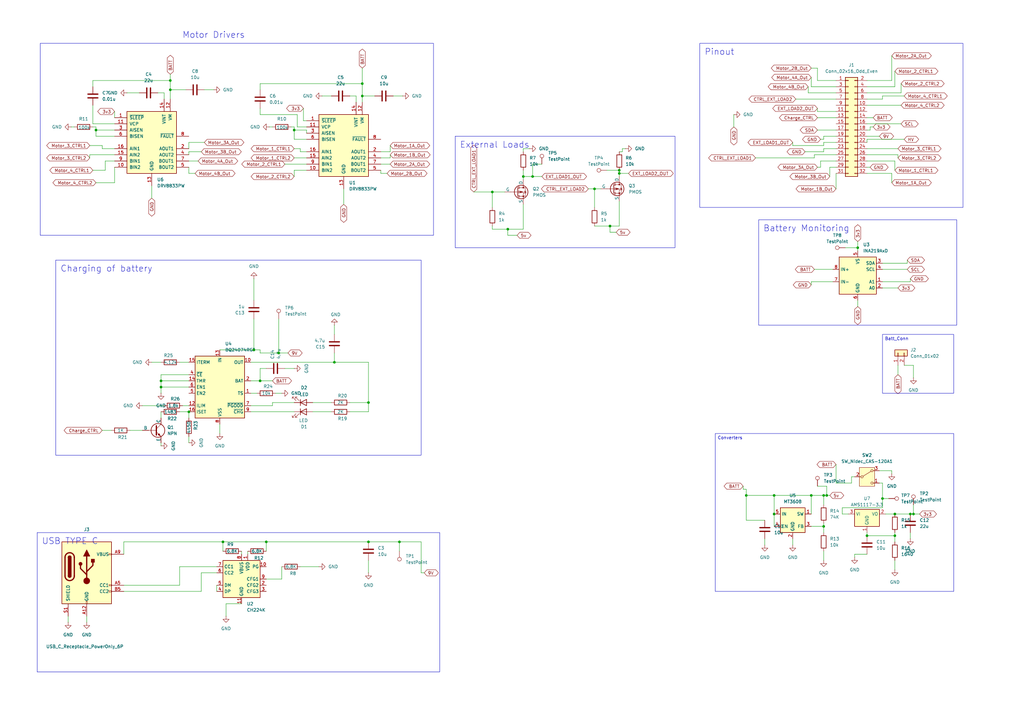
<source format=kicad_sch>
(kicad_sch (version 20250114) (generator "eeschema") (generator_version "9.0")
  (paper "A3")
  (lib_symbols
    (symbol "Battery_Management:BQ24074RGT"
      (property "Reference" "U" (at -8.89 13.97 0))
      (property "Value" "BQ24074RGT" (at 16.51 13.97 0))
      (symbol "BQ24074RGT_1_1"
        (pin input line (at -12.7 10.16 0) (length 2.54) (name "ITERM") (number "15"))
        (pin input line (at -12.7 5.08 0) (length 2.54) (name "~{CE}") (number "4"))
        (pin input line (at -12.7 2.54 0) (length 2.54) (name "TMR") (number "14"))
        (pin input line (at -12.7 0 0) (length 2.54) (name "EN1") (number "6"))
        (pin input line (at -12.7 -2.54 0) (length 2.54) (name "EN2") (number "5"))
        (pin passive line (at -12.7 -7.62 0) (length 2.54) (name "ILIM") (number "12"))
        (pin passive line (at -12.7 -10.16 0) (length 2.54) (name "ISET") (number "16"))
        (pin power_in line (at 0 15.24 270) (length 2.54) (name "IN") (number "13"))
        (pin passive line (at 0 -15.24 90) (length 2.54) (hide yes) (name "VSS") (number "17"))
        (pin power_in line (at 0 -15.24 90) (length 2.54) (name "VSS") (number "8"))
        (pin power_out line (at 12.7 10.16 180) (length 2.54) (name "OUT") (number "10"))
        (pin passive line (at 12.7 10.16 180) (length 2.54) (hide yes) (name "OUT") (number "11"))
        (pin power_out line (at 12.7 2.54 180) (length 2.54) (name "BAT") (number "2"))
        (pin passive line (at 12.7 2.54 180) (length 2.54) (hide yes) (name "BAT") (number "3"))
        (pin passive line (at 12.7 -2.54 180) (length 2.54) (name "TS") (number "1"))
        (pin open_collector line (at 12.7 -7.62 180) (length 2.54) (name "~{PGOOD}") (number "7"))
        (pin open_collector line (at 12.7 -10.16 180) (length 2.54) (name "~{CHG}") (number "9"))
      )
    )
    (symbol "Connector:TestPoint" (pin_numbers (hide yes)) (pin_names (offset 0.762) (hide yes))
      (property "Reference" "TP" (at 0 6.858 0))
      (property "Value" "TestPoint" (at 0 5.08 0))
      (symbol "TestPoint_1_1"
        (pin passive line (at 0 0 90) (length 2.54) (name "1") (number "1"))
      )
    )
    (symbol "Connector:USB_C_Receptacle_PowerOnly_6P" (pin_names (offset 1.016))
      (property "Reference" "J" (at 0 16.51 0))
      (property "Value" "USB_C_Receptacle_PowerOnly_6P" (at 0 13.97 0))
      (symbol "USB_C_Receptacle_PowerOnly_6P_1_1"
        (pin passive line (at -7.62 -17.78 90) (length 5.08) (name "SHIELD") (number "S1"))
        (pin passive line (at 0 -17.78 90) (length 5.08) (name "GND") (number "A12"))
        (pin passive line (at 0 -17.78 90) (length 5.08) (hide yes) (name "GND") (number "B12"))
        (pin passive line (at 15.24 7.62 180) (length 5.08) (name "VBUS") (number "A9"))
        (pin passive line (at 15.24 7.62 180) (length 5.08) (hide yes) (name "VBUS") (number "B9"))
        (pin bidirectional line (at 15.24 -5.08 180) (length 5.08) (name "CC1") (number "A5"))
        (pin bidirectional line (at 15.24 -7.62 180) (length 5.08) (name "CC2") (number "B5"))
      )
    )
    (symbol "Connector_Generic:Conn_01x02" (pin_names (offset 1.016) (hide yes))
      (property "Reference" "J" (at 0 2.54 0))
      (property "Value" "Conn_01x02" (at 0 -5.08 0))
      (symbol "Conn_01x02_1_1"
        (pin passive line (at -5.08 0 0) (length 3.81) (name "Pin_1") (number "1"))
        (pin passive line (at -5.08 -2.54 0) (length 3.81) (name "Pin_2") (number "2"))
      )
    )
    (symbol "Connector_Generic:Conn_02x16_Odd_Even" (pin_names (offset 1.016) (hide yes))
      (property "Reference" "J" (at 1.27 20.32 0))
      (property "Value" "Conn_02x16_Odd_Even" (at 1.27 -22.86 0))
      (symbol "Conn_02x16_Odd_Even_1_1"
        (pin passive line (at -5.08 17.78 0) (length 3.81) (name "Pin_1") (number "1"))
        (pin passive line (at -5.08 15.24 0) (length 3.81) (name "Pin_3") (number "3"))
        (pin passive line (at -5.08 12.7 0) (length 3.81) (name "Pin_5") (number "5"))
        (pin passive line (at -5.08 10.16 0) (length 3.81) (name "Pin_7") (number "7"))
        (pin passive line (at -5.08 7.62 0) (length 3.81) (name "Pin_9") (number "9"))
        (pin passive line (at -5.08 5.08 0) (length 3.81) (name "Pin_11") (number "11"))
        (pin passive line (at -5.08 2.54 0) (length 3.81) (name "Pin_13") (number "13"))
        (pin passive line (at -5.08 0 0) (length 3.81) (name "Pin_15") (number "15"))
        (pin passive line (at -5.08 -2.54 0) (length 3.81) (name "Pin_17") (number "17"))
        (pin passive line (at -5.08 -5.08 0) (length 3.81) (name "Pin_19") (number "19"))
        (pin passive line (at -5.08 -7.62 0) (length 3.81) (name "Pin_21") (number "21"))
        (pin passive line (at -5.08 -10.16 0) (length 3.81) (name "Pin_23") (number "23"))
        (pin passive line (at -5.08 -12.7 0) (length 3.81) (name "Pin_25") (number "25"))
        (pin passive line (at -5.08 -15.24 0) (length 3.81) (name "Pin_27") (number "27"))
        (pin passive line (at -5.08 -17.78 0) (length 3.81) (name "Pin_29") (number "29"))
        (pin passive line (at -5.08 -20.32 0) (length 3.81) (name "Pin_31") (number "31"))
        (pin passive line (at 7.62 17.78 180) (length 3.81) (name "Pin_2") (number "2"))
        (pin passive line (at 7.62 15.24 180) (length 3.81) (name "Pin_4") (number "4"))
        (pin passive line (at 7.62 12.7 180) (length 3.81) (name "Pin_6") (number "6"))
        (pin passive line (at 7.62 10.16 180) (length 3.81) (name "Pin_8") (number "8"))
        (pin passive line (at 7.62 7.62 180) (length 3.81) (name "Pin_10") (number "10"))
        (pin passive line (at 7.62 5.08 180) (length 3.81) (name "Pin_12") (number "12"))
        (pin passive line (at 7.62 2.54 180) (length 3.81) (name "Pin_14") (number "14"))
        (pin passive line (at 7.62 0 180) (length 3.81) (name "Pin_16") (number "16"))
        (pin passive line (at 7.62 -2.54 180) (length 3.81) (name "Pin_18") (number "18"))
        (pin passive line (at 7.62 -5.08 180) (length 3.81) (name "Pin_20") (number "20"))
        (pin passive line (at 7.62 -7.62 180) (length 3.81) (name "Pin_22") (number "22"))
        (pin passive line (at 7.62 -10.16 180) (length 3.81) (name "Pin_24") (number "24"))
        (pin passive line (at 7.62 -12.7 180) (length 3.81) (name "Pin_26") (number "26"))
        (pin passive line (at 7.62 -15.24 180) (length 3.81) (name "Pin_28") (number "28"))
        (pin passive line (at 7.62 -17.78 180) (length 3.81) (name "Pin_30") (number "30"))
        (pin passive line (at 7.62 -20.32 180) (length 3.81) (name "Pin_32") (number "32"))
      )
    )
    (symbol "Device:C" (pin_numbers (hide yes)) (pin_names (offset 0.254))
      (property "Reference" "C" (at 0.635 2.54 0))
      (property "Value" "C" (at 0.635 -2.54 0))
      (symbol "C_1_1"
        (pin passive line (at 0 3.81 270) (length 2.794) (name "~") (number "1"))
        (pin passive line (at 0 -3.81 90) (length 2.794) (name "~") (number "2"))
      )
    )
    (symbol "Device:LED" (pin_numbers (hide yes)) (pin_names (offset 1.016) (hide yes))
      (property "Reference" "D" (at 0 2.54 0))
      (property "Value" "LED" (at 0 -2.54 0))
      (symbol "LED_1_1"
        (pin passive line (at -3.81 0 0) (length 2.54) (name "K") (number "1"))
        (pin passive line (at 3.81 0 180) (length 2.54) (name "A") (number "2"))
      )
    )
    (symbol "Device:R" (pin_numbers (hide yes)) (pin_names (offset 0))
      (property "Reference" "R" (at 2.032 0 90))
      (property "Value" "R" (at 0 0 90))
      (symbol "R_1_1"
        (pin passive line (at 0 3.81 270) (length 1.27) (name "~") (number "1"))
        (pin passive line (at 0 -3.81 90) (length 1.27) (name "~") (number "2"))
      )
    )
    (symbol "Driver_Motor:DRV8833PW" (pin_names (offset 1.016))
      (property "Reference" "U" (at -3.81 16.51 0))
      (property "Value" "DRV8833PW" (at -3.81 13.97 0))
      (symbol "DRV8833PW_1_1"
        (pin input line (at -15.24 10.16 0) (length 5.08) (name "~{SLEEP}") (number "1"))
        (pin bidirectional line (at -15.24 7.62 0) (length 5.08) (name "VCP") (number "11"))
        (pin bidirectional line (at -15.24 5.08 0) (length 5.08) (name "AISEN") (number "3"))
        (pin bidirectional line (at -15.24 2.54 0) (length 5.08) (name "BISEN") (number "6"))
        (pin input line (at -15.24 -2.54 0) (length 5.08) (name "AIN1") (number "16"))
        (pin input line (at -15.24 -5.08 0) (length 5.08) (name "AIN2") (number "15"))
        (pin input line (at -15.24 -7.62 0) (length 5.08) (name "BIN1") (number "9"))
        (pin input line (at -15.24 -10.16 0) (length 5.08) (name "BIN2") (number "10"))
        (pin power_in line (at 0 -17.78 90) (length 5.08) (name "GND") (number "13"))
        (pin power_in line (at 5.08 17.78 270) (length 5.08) (name "VINT") (number "14"))
        (pin power_in line (at 7.62 17.78 270) (length 5.08) (name "VM") (number "12"))
        (pin open_collector line (at 15.24 2.54 180) (length 5.08) (name "~{FAULT}") (number "8"))
        (pin power_out line (at 15.24 -2.54 180) (length 5.08) (name "AOUT1") (number "2"))
        (pin power_out line (at 15.24 -5.08 180) (length 5.08) (name "AOUT2") (number "4"))
        (pin power_out line (at 15.24 -7.62 180) (length 5.08) (name "BOUT1") (number "7"))
        (pin power_out line (at 15.24 -10.16 180) (length 5.08) (name "BOUT2") (number "5"))
      )
    )
    (symbol "Interface_USB:CH224K"
      (property "Reference" "U" (at -7.874 -8.89 0))
      (property "Value" "CH224K" (at 3.048 -8.89 0))
      (symbol "CH224K_1_1"
        (pin bidirectional line (at -10.16 5.08 0) (length 2.54) (name "CC1") (number "7"))
        (pin bidirectional line (at -10.16 2.54 0) (length 2.54) (name "CC2") (number "6"))
        (pin bidirectional line (at -10.16 -2.54 0) (length 2.54) (name "DM") (number "5"))
        (pin bidirectional line (at -10.16 -5.08 0) (length 2.54) (name "DP") (number "4"))
        (pin passive line (at 0 10.16 270) (length 2.54) (name "VBUS") (number "8"))
        (pin power_in line (at 0 -10.16 90) (length 2.54) (name "GND") (number "11"))
        (pin power_in line (at 2.54 10.16 270) (length 2.54) (name "VDD") (number "1"))
        (pin open_collector line (at 10.16 5.08 180) (length 2.54) (name "PG") (number "10"))
        (pin passive line (at 10.16 0 180) (length 2.54) (name "CFG1") (number "9"))
        (pin passive line (at 10.16 -2.54 180) (length 2.54) (name "CFG2") (number "2"))
        (pin passive line (at 10.16 -5.08 180) (length 2.54) (name "CFG3") (number "3"))
      )
    )
    (symbol "Regulator_Linear:AMS1117-3.3"
      (property "Reference" "U" (at -3.81 3.175 0))
      (property "Value" "AMS1117-3.3" (at 0 3.175 0))
      (symbol "AMS1117-3.3_1_1"
        (pin power_in line (at -7.62 0 0) (length 2.54) (name "VI") (number "3"))
        (pin power_in line (at 0 -7.62 90) (length 2.54) (name "GND") (number "1"))
        (pin power_out line (at 7.62 0 180) (length 2.54) (name "VO") (number "2"))
      )
    )
    (symbol "Regulator_Switching:MT3608"
      (property "Reference" "U" (at -2.54 8.89 0))
      (property "Value" "MT3608" (at -3.81 6.35 0))
      (symbol "MT3608_1_1"
        (pin power_in line (at -7.62 2.54 0) (length 2.54) (name "IN") (number "5"))
        (pin input line (at -7.62 -2.54 0) (length 2.54) (name "EN") (number "4"))
        (pin power_in line (at 0 -7.62 90) (length 2.54) (name "GND") (number "2"))
        (pin no_connect line (at 5.08 0 180) (length 2.54) (hide yes) (name "NC") (number "6"))
        (pin passive line (at 7.62 2.54 180) (length 2.54) (name "SW") (number "1"))
        (pin input line (at 7.62 -2.54 180) (length 2.54) (name "FB") (number "3"))
      )
    )
    (symbol "Sensor_Energy:INA219AxD"
      (property "Reference" "U" (at -6.35 8.89 0))
      (property "Value" "INA219AxD" (at 5.08 8.89 0))
      (symbol "INA219AxD_1_1"
        (pin input line (at -10.16 2.54 0) (length 2.54) (name "IN+") (number "8"))
        (pin input line (at -10.16 -2.54 0) (length 2.54) (name "IN-") (number "7"))
        (pin power_in line (at 0 10.16 270) (length 2.54) (name "VS") (number "5"))
        (pin power_in line (at 0 -10.16 90) (length 2.54) (name "GND") (number "6"))
        (pin bidirectional line (at 10.16 5.08 180) (length 2.54) (name "SDA") (number "3"))
        (pin input line (at 10.16 2.54 180) (length 2.54) (name "SCL") (number "4"))
        (pin input line (at 10.16 -2.54 180) (length 2.54) (name "A1") (number "1"))
        (pin input line (at 10.16 -5.08 180) (length 2.54) (name "A0") (number "2"))
      )
    )
    (symbol "Simulation_SPICE:NPN" (pin_numbers (hide yes)) (pin_names (offset 0))
      (property "Reference" "Q" (at -2.54 7.62 0))
      (property "Value" "NPN" (at -2.54 5.08 0))
      (symbol "NPN_1_1"
        (pin input line (at -5.08 0 0) (length 2.54) (name "B") (number "2"))
        (pin open_collector line (at 2.54 5.08 270) (length 2.54) (name "C") (number "1"))
        (pin open_emitter line (at 2.54 -5.08 90) (length 2.54) (name "E") (number "3"))
      )
    )
    (symbol "Simulation_SPICE:PMOS" (pin_numbers (hide yes)) (pin_names (offset 0))
      (property "Reference" "Q" (at 5.08 1.27 0))
      (property "Value" "PMOS" (at 5.08 -1.27 0))
      (symbol "PMOS_1_1"
        (pin input line (at -5.08 0 0) (length 2.54) (name "G") (number "2"))
        (pin passive line (at 2.54 5.08 270) (length 2.54) (name "D") (number "1"))
        (pin passive line (at 2.54 -5.08 90) (length 2.54) (name "S") (number "3"))
      )
    )
    (symbol "Switch:SW_Nidec_CAS-120A1" (pin_names (offset 1) (hide yes))
      (property "Reference" "SW" (at 0 4.318 0))
      (property "Value" "SW_Nidec_CAS-120A1" (at 0 -5.08 0))
      (symbol "SW_Nidec_CAS-120A1_1_1"
        (pin passive line (at -5.08 0 0) (length 2.54) (name "B") (number "2"))
        (pin passive line (at 5.08 2.54 180) (length 2.54) (name "A") (number "3"))
        (pin passive line (at 5.08 -2.54 180) (length 2.54) (name "C") (number "1"))
      )
    )
    (symbol "power:GND" (power) (pin_numbers (hide yes)) (pin_names (offset 0) (hide yes))
      (property "Value" "GND" (at 0 -3.81 0))
      (symbol "GND_1_1"
        (pin power_in line (at 0 0 270) (length 0) (name "~") (number "1"))
      )
    )
  )
  (rectangle (start 16.51 17.78) (end 177.8 96.52))
  (text "Motor Drivers" (at 87.63 14.478 0) (effects (font (size 2.54 2.54))))
  (text_box "Converters" (at 293.37 177.8 0) (size 97.79 64.77) (margins 0.9525 0.9525 0.9525 0.9525) (effects (font (size 1.27 1.27)) (justify left top)))
  (text_box "USB TYPE C\n" (at 15.24 218.44 0) (size 165.1 57.15) (margins 1.905 1.905 1.905 1.905) (effects (font (size 2.54 2.54)) (justify left top)))
  (text_box "Charging of battery" (at 22.86 106.68 0) (size 149.86 80.01) (margins 1.905 1.905 1.905 1.905) (effects (font (size 2.54 2.54)) (justify left top)))
  (text_box "Pinout" (at 287.02 17.78 0) (size 107.95 67.31) (margins 1.905 1.905 1.905 1.905) (effects (font (size 2.54 2.54)) (justify left top)))
  (text_box "External Loads" (at 186.69 55.88 0) (size 90.17 45.72) (margins 1.905 1.905 1.905 1.905) (effects (font (size 2.54 2.54)) (justify left top)))
  (text_box "Battery Monitoring" (at 311.15 90.17 0) (size 81.28 43.18) (margins 1.905 1.905 1.905 1.905) (effects (font (size 2.54 2.54)) (justify left top)))
  (text_box "Batt_Conn" (at 361.95 137.16 0) (size 29.21 24.13) (margins 0.9525 0.9525 0.9525 0.9525) (effects (font (size 1.27 1.27)) (justify left top)))
  (junction (at 374.65 210.82))
  (junction (at 317.5 203.2))
  (junction (at 66.04 158.75))
  (junction (at 39.37 53.34))
  (junction (at 351.79 101.6))
  (junction (at 148.59 39.37))
  (junction (at 361.95 204.47))
  (junction (at 367.03 219.71))
  (junction (at 109.22 222.25))
  (junction (at 69.85 33.02))
  (junction (at 373.38 210.82))
  (junction (at 151.13 165.1))
  (junction (at 337.82 215.9))
  (junction (at 250.19 92.71))
  (junction (at 106.68 156.21))
  (junction (at 91.44 222.25))
  (junction (at 148.59 34.29))
  (junction (at 137.16 148.59))
  (junction (at 337.82 203.2))
  (junction (at 69.85 36.83))
  (junction (at 77.47 168.91))
  (junction (at 306.07 203.2))
  (junction (at 317.5 210.82))
  (junction (at 243.84 77.47))
  (junction (at 120.65 53.34))
  (junction (at 332.74 203.2))
  (junction (at 254 69.85))
  (junction (at 66.04 156.21))
  (junction (at 214.63 72.39))
  (junction (at 201.93 78.74))
  (junction (at 254 71.12))
  (junction (at 355.6 219.71))
  (junction (at 163.83 222.25))
  (junction (at 367.03 210.82))
  (junction (at 218.44 72.39))
  (junction (at 339.09 203.2))
  (junction (at 151.13 222.25))
  (junction (at 114.3 144.78))
  (junction (at 208.28 93.98))
  (junction (at 104.14 143.51))
  (wire (pts (xy 111.76 165.1) (xy 111.76 166.37)))
  (wire (pts (xy 46.99 74.93) (xy 46.99 68.58)))
  (wire (pts (xy 77.47 168.91) (xy 77.47 171.45)))
  (wire (pts (xy 374.65 210.82) (xy 377.19 210.82)))
  (wire (pts (xy 161.29 39.37) (xy 165.1 39.37)))
  (wire (pts (xy 120.65 53.34) (xy 120.65 57.15)))
  (wire (pts (xy 243.84 77.47) (xy 246.38 77.47)))
  (wire (pts (xy 361.95 204.47) (xy 361.95 198.12)))
  (wire (pts (xy 82.55 62.23) (xy 77.47 62.23)))
  (wire (pts (xy 341.63 115.57) (xy 332.74 115.57)))
  (wire (pts (xy 29.21 52.07) (xy 30.48 52.07)))
  (wire (pts (xy 43.18 66.04) (xy 46.99 66.04)))
  (wire (pts (xy 73.66 168.91) (xy 77.47 168.91)))
  (wire (pts (xy 345.44 210.82) (xy 347.98 210.82)))
  (wire (pts (xy 160.02 62.23) (xy 160.02 59.69)))
  (wire (pts (xy 109.22 237.49) (xy 115.57 237.49)))
  (wire (pts (xy 300.99 46.99) (xy 300.99 52.07)))
  (wire (pts (xy 355.6 227.33) (xy 350.52 227.33)))
  (wire (pts (xy 306.07 203.2) (xy 317.5 203.2)))
  (wire (pts (xy 66.04 158.75) (xy 66.04 161.29)))
  (wire (pts (xy 64.77 38.1) (xy 67.31 38.1)))
  (wire (pts (xy 355.6 35.56) (xy 367.03 35.56)))
  (wire (pts (xy 36.83 59.69) (xy 41.91 59.69)))
  (wire (pts (xy 345.44 208.28) (xy 361.95 208.28)))
  (wire (pts (xy 132.08 39.37) (xy 135.89 39.37)))
  (wire (pts (xy 255.27 62.23) (xy 254 62.23)))
  (wire (pts (xy 128.27 168.91) (xy 135.89 168.91)))
  (wire (pts (xy 334.01 110.49) (xy 341.63 110.49)))
  (wire (pts (xy 53.34 176.53) (xy 58.42 176.53)))
  (wire (pts (xy 83.82 58.42) (xy 77.47 58.42)))
  (wire (pts (xy 46.99 45.72) (xy 46.99 48.26)))
  (wire (pts (xy 73.66 232.41) (xy 88.9 232.41)))
  (wire (pts (xy 91.44 222.25) (xy 91.44 226.06)))
  (wire (pts (xy 332.74 203.2) (xy 332.74 210.82)))
  (wire (pts (xy 43.18 69.85) (xy 43.18 66.04)))
  (wire (pts (xy 99.06 226.06) (xy 99.06 227.33)))
  (wire (pts (xy 137.16 137.16) (xy 137.16 133.35)))
  (wire (pts (xy 355.6 60.96) (xy 368.3 60.96)))
  (wire (pts (xy 356.87 52.07) (xy 358.14 52.07)))
  (wire (pts (xy 148.59 39.37) (xy 153.67 39.37)))
  (wire (pts (xy 58.42 166.37) (xy 67.31 166.37)))
  (wire (pts (xy 254 69.85) (xy 254 71.12)))
  (wire (pts (xy 355.6 68.58) (xy 356.87 68.58)))
  (wire (pts (xy 355.6 66.04) (xy 367.03 66.04)))
  (wire (pts (xy 342.9 58.42) (xy 337.82 58.42)))
  (wire (pts (xy 194.31 78.74) (xy 201.93 78.74)))
  (wire (pts (xy 90.17 173.99) (xy 90.17 177.8)))
  (wire (pts (xy 355.6 40.64) (xy 361.95 40.64)))
  (wire (pts (xy 156.21 71.12) (xy 156.21 69.85)))
  (wire (pts (xy 77.47 158.75) (xy 66.04 158.75)))
  (wire (pts (xy 342.9 71.12) (xy 342.9 77.47)))
  (wire (pts (xy 372.11 107.95) (xy 372.11 106.68)))
  (wire (pts (xy 172.72 222.25) (xy 172.72 234.95)))
  (wire (pts (xy 163.83 222.25) (xy 163.83 226.06)))
  (wire (pts (xy 254 71.12) (xy 254 72.39)))
  (wire (pts (xy 367.03 210.82) (xy 373.38 210.82)))
  (wire (pts (xy 337.82 59.69) (xy 325.12 59.69)))
  (wire (pts (xy 106.68 34.29) (xy 148.59 34.29)))
  (wire (pts (xy 46.99 55.88) (xy 39.37 55.88)))
  (wire (pts (xy 342.9 63.5) (xy 334.01 63.5)))
  (wire (pts (xy 172.72 234.95) (xy 173.99 234.95)))
  (wire (pts (xy 73.66 148.59) (xy 77.47 148.59)))
  (wire (pts (xy 143.51 39.37) (xy 146.05 39.37)))
  (wire (pts (xy 106.68 156.21) (xy 111.76 156.21)))
  (wire (pts (xy 39.37 52.07) (xy 38.1 52.07)))
  (wire (pts (xy 337.82 57.15) (xy 337.82 55.88)))
  (wire (pts (xy 306.07 200.66) (xy 306.07 203.2)))
  (wire (pts (xy 69.85 30.48) (xy 69.85 33.02)))
  (wire (pts (xy 46.99 50.8) (xy 38.1 50.8)))
  (wire (pts (xy 120.65 52.07) (xy 119.38 52.07)))
  (wire (pts (xy 77.47 66.04) (xy 81.28 66.04)))
  (wire (pts (xy 39.37 55.88) (xy 39.37 53.34)))
  (wire (pts (xy 148.59 39.37) (xy 148.59 41.91)))
  (wire (pts (xy 156.21 67.31) (xy 160.02 67.31)))
  (wire (pts (xy 77.47 58.42) (xy 77.47 60.96)))
  (wire (pts (xy 39.37 52.07) (xy 39.37 53.34)))
  (wire (pts (xy 137.16 148.59) (xy 151.13 148.59)))
  (wire (pts (xy 342.9 35.56) (xy 332.74 35.56)))
  (wire (pts (xy 91.44 222.25) (xy 109.22 222.25)))
  (wire (pts (xy 151.13 222.25) (xy 163.83 222.25)))
  (wire (pts (xy 101.6 226.06) (xy 101.6 227.33)))
  (wire (pts (xy 41.91 59.69) (xy 41.91 60.96)))
  (wire (pts (xy 336.55 68.58) (xy 336.55 66.04)))
  (wire (pts (xy 73.66 240.03) (xy 73.66 232.41)))
  (wire (pts (xy 38.1 35.56) (xy 38.1 33.02)))
  (wire (pts (xy 120.65 60.96) (xy 123.19 60.96)))
  (wire (pts (xy 88.9 234.95) (xy 82.55 234.95)))
  (wire (pts (xy 335.28 68.58) (xy 336.55 68.58)))
  (wire (pts (xy 77.47 71.12) (xy 77.47 68.58)))
  (wire (pts (xy 218.44 72.39) (xy 222.25 72.39)))
  (wire (pts (xy 143.51 165.1) (xy 151.13 165.1)))
  (wire (pts (xy 148.59 27.94) (xy 148.59 34.29)))
  (wire (pts (xy 50.8 240.03) (xy 73.66 240.03)))
  (wire (pts (xy 121.92 52.07) (xy 121.92 46.99)))
  (wire (pts (xy 365.76 22.86) (xy 365.76 33.02)))
  (wire (pts (xy 337.82 60.96) (xy 337.82 62.23)))
  (wire (pts (xy 345.44 208.28) (xy 345.44 210.82)))
  (wire (pts (xy 66.04 156.21) (xy 66.04 158.75)))
  (wire (pts (xy 52.07 38.1) (xy 57.15 38.1)))
  (wire (pts (xy 222.25 67.31) (xy 218.44 67.31)))
  (wire (pts (xy 355.6 48.26) (xy 358.14 48.26)))
  (wire (pts (xy 218.44 67.31) (xy 218.44 72.39)))
  (wire (pts (xy 332.74 115.57) (xy 332.74 116.84)))
  (wire (pts (xy 250.19 92.71) (xy 254 92.71)))
  (wire (pts (xy 334.01 63.5) (xy 334.01 64.77)))
  (wire (pts (xy 50.8 242.57) (xy 82.55 242.57)))
  (wire (pts (xy 351.79 123.19) (xy 351.79 125.73)))
  (wire (pts (xy 214.63 72.39) (xy 214.63 73.66)))
  (wire (pts (xy 342.9 190.5) (xy 342.9 198.12)))
  (wire (pts (xy 156.21 62.23) (xy 160.02 62.23)))
  (wire (pts (xy 123.19 232.41) (xy 130.81 232.41)))
  (wire (pts (xy 50.8 222.25) (xy 91.44 222.25)))
  (wire (pts (xy 373.38 115.57) (xy 373.38 114.3)))
  (wire (pts (xy 367.03 35.56) (xy 367.03 29.21)))
  (wire (pts (xy 361.95 107.95) (xy 372.11 107.95)))
  (wire (pts (xy 77.47 156.21) (xy 66.04 156.21)))
  (wire (pts (xy 325.12 220.98) (xy 325.12 223.52)))
  (wire (pts (xy 125.73 52.07) (xy 121.92 52.07)))
  (wire (pts (xy 74.93 166.37) (xy 77.47 166.37)))
  (wire (pts (xy 337.82 62.23) (xy 330.2 62.23)))
  (wire (pts (xy 104.14 114.3) (xy 104.14 123.19)))
  (wire (pts (xy 102.87 166.37) (xy 111.76 166.37)))
  (wire (pts (xy 248.92 69.85) (xy 254 69.85)))
  (wire (pts (xy 214.63 72.39) (xy 218.44 72.39)))
  (wire (pts (xy 62.23 76.2) (xy 62.23 81.28)))
  (wire (pts (xy 355.6 57.15) (xy 355.6 58.42)))
  (wire (pts (xy 36.83 63.5) (xy 46.99 63.5)))
  (wire (pts (xy 325.12 59.69) (xy 325.12 58.42)))
  (wire (pts (xy 106.68 143.51) (xy 106.68 144.78)))
  (wire (pts (xy 349.25 195.58) (xy 350.52 195.58)))
  (wire (pts (xy 114.3 144.78) (xy 118.11 144.78)))
  (wire (pts (xy 102.87 161.29) (xy 105.41 161.29)))
  (wire (pts (xy 250.19 95.25) (xy 250.19 92.71)))
  (wire (pts (xy 255.27 60.96) (xy 255.27 62.23)))
  (wire (pts (xy 332.74 27.94) (xy 335.28 27.94)))
  (wire (pts (xy 355.6 50.8) (xy 369.57 50.8)))
  (wire (pts (xy 351.79 99.06) (xy 351.79 101.6)))
  (wire (pts (xy 82.55 234.95) (xy 82.55 242.57)))
  (wire (pts (xy 128.27 165.1) (xy 135.89 165.1)))
  (wire (pts (xy 349.25 198.12) (xy 349.25 195.58)))
  (wire (pts (xy 115.57 237.49) (xy 115.57 232.41)))
  (wire (pts (xy 360.68 198.12) (xy 361.95 198.12)))
  (wire (pts (xy 356.87 53.34) (xy 355.6 53.34)))
  (wire (pts (xy 369.57 38.1) (xy 369.57 34.29)))
  (wire (pts (xy 148.59 34.29) (xy 148.59 39.37)))
  (wire (pts (xy 201.93 92.71) (xy 201.93 93.98)))
  (wire (pts (xy 346.71 101.6) (xy 351.79 101.6)))
  (wire (pts (xy 125.73 57.15) (xy 120.65 57.15)))
  (wire (pts (xy 356.87 52.07) (xy 356.87 53.34)))
  (wire (pts (xy 208.28 96.52) (xy 208.28 93.98)))
  (wire (pts (xy 337.82 203.2) (xy 337.82 207.01)))
  (wire (pts (xy 88.9 240.03) (xy 88.9 242.57)))
  (wire (pts (xy 367.03 218.44) (xy 367.03 219.71)))
  (wire (pts (xy 41.91 60.96) (xy 46.99 60.96)))
  (wire (pts (xy 125.73 53.34) (xy 125.73 54.61)))
  (wire (pts (xy 337.82 58.42) (xy 337.82 59.69)))
  (wire (pts (xy 66.04 181.61) (xy 66.04 182.88)))
  (wire (pts (xy 83.82 36.83) (xy 87.63 36.83)))
  (wire (pts (xy 367.03 229.87) (xy 367.03 233.68)))
  (wire (pts (xy 137.16 144.78) (xy 137.16 148.59)))
  (wire (pts (xy 374.65 207.01) (xy 374.65 210.82)))
  (wire (pts (xy 151.13 165.1) (xy 151.13 168.91)))
  (wire (pts (xy 106.68 46.99) (xy 121.92 46.99)))
  (wire (pts (xy 363.22 210.82) (xy 367.03 210.82)))
  (wire (pts (xy 335.28 45.72) (xy 335.28 44.45)))
  (wire (pts (xy 120.65 165.1) (xy 111.76 165.1)))
  (wire (pts (xy 252.73 95.25) (xy 250.19 95.25)))
  (wire (pts (xy 355.6 55.88) (xy 360.68 55.88)))
  (wire (pts (xy 116.84 151.13) (xy 120.65 151.13)))
  (wire (pts (xy 123.19 60.96) (xy 123.19 62.23)))
  (wire (pts (xy 214.63 60.96) (xy 214.63 62.23)))
  (wire (pts (xy 109.22 151.13) (xy 106.68 151.13)))
  (wire (pts (xy 367.03 66.04) (xy 367.03 69.85)))
  (wire (pts (xy 201.93 85.09) (xy 201.93 78.74)))
  (wire (pts (xy 92.71 247.65) (xy 92.71 252.73)))
  (wire (pts (xy 339.09 199.39) (xy 339.09 203.2)))
  (wire (pts (xy 212.09 96.52) (xy 208.28 96.52)))
  (wire (pts (xy 342.9 38.1) (xy 331.47 38.1)))
  (wire (pts (xy 365.76 33.02) (xy 355.6 33.02)))
  (wire (pts (xy 160.02 63.5) (xy 160.02 64.77)))
  (wire (pts (xy 256.54 60.96) (xy 255.27 60.96)))
  (wire (pts (xy 69.85 36.83) (xy 76.2 36.83)))
  (wire (pts (xy 102.87 148.59) (xy 137.16 148.59)))
  (wire (pts (xy 342.9 60.96) (xy 337.82 60.96)))
  (wire (pts (xy 243.84 92.71) (xy 250.19 92.71)))
  (wire (pts (xy 332.74 203.2) (xy 317.5 203.2)))
  (wire (pts (xy 62.23 148.59) (xy 66.04 148.59)))
  (wire (pts (xy 337.82 57.15) (xy 336.55 57.15)))
  (wire (pts (xy 361.95 208.28) (xy 361.95 204.47)))
  (wire (pts (xy 335.28 33.02) (xy 342.9 33.02)))
  (wire (pts (xy 160.02 64.77) (xy 156.21 64.77)))
  (wire (pts (xy 317.5 210.82) (xy 317.5 215.9)))
  (wire (pts (xy 361.95 118.11) (xy 368.3 118.11)))
  (wire (pts (xy 102.87 168.91) (xy 120.65 168.91)))
  (wire (pts (xy 140.97 77.47) (xy 140.97 83.82)))
  (wire (pts (xy 123.19 62.23) (xy 125.73 62.23)))
  (wire (pts (xy 350.52 227.33) (xy 350.52 228.6)))
  (wire (pts (xy 66.04 168.91) (xy 66.04 171.45)))
  (wire (pts (xy 125.73 69.85) (xy 120.65 69.85)))
  (wire (pts (xy 77.47 153.67) (xy 66.04 153.67)))
  (wire (pts (xy 365.76 193.04) (xy 365.76 194.31)))
  (wire (pts (xy 335.28 53.34) (xy 342.9 53.34)))
  (wire (pts (xy 355.6 218.44) (xy 355.6 219.71)))
  (wire (pts (xy 342.9 68.58) (xy 340.36 68.58)))
  (wire (pts (xy 373.38 218.44) (xy 373.38 220.98)))
  (wire (pts (xy 158.75 71.12) (xy 156.21 71.12)))
  (wire (pts (xy 90.17 143.51) (xy 104.14 143.51)))
  (wire (pts (xy 69.85 36.83) (xy 69.85 40.64)))
  (wire (pts (xy 304.8 200.66) (xy 304.8 199.39)))
  (wire (pts (xy 208.28 93.98) (xy 214.63 93.98)))
  (wire (pts (xy 110.49 52.07) (xy 111.76 52.07)))
  (wire (pts (xy 41.91 176.53) (xy 45.72 176.53)))
  (wire (pts (xy 374.65 149.86) (xy 374.65 154.94)))
  (wire (pts (xy 50.8 222.25) (xy 50.8 227.33)))
  (wire (pts (xy 125.73 53.34) (xy 120.65 53.34)))
  (wire (pts (xy 368.3 149.86) (xy 368.3 153.67)))
  (wire (pts (xy 335.28 48.26) (xy 342.9 48.26)))
  (wire (pts (xy 106.68 46.99) (xy 106.68 44.45)))
  (wire (pts (xy 309.88 64.77) (xy 334.01 64.77)))
  (wire (pts (xy 342.9 45.72) (xy 335.28 45.72)))
  (wire (pts (xy 370.84 57.15) (xy 355.6 57.15)))
  (wire (pts (xy 124.46 49.53) (xy 125.73 49.53)))
  (wire (pts (xy 361.95 115.57) (xy 373.38 115.57)))
  (wire (pts (xy 113.03 161.29) (xy 115.57 161.29)))
  (wire (pts (xy 254 71.12) (xy 257.81 71.12)))
  (wire (pts (xy 80.01 71.12) (xy 77.47 71.12)))
  (wire (pts (xy 36.83 63.5) (xy 36.83 64.77)))
  (wire (pts (xy 335.28 27.94) (xy 335.28 33.02)))
  (wire (pts (xy 355.6 63.5) (xy 368.3 63.5)))
  (wire (pts (xy 77.47 62.23) (xy 77.47 63.5)))
  (wire (pts (xy 337.82 215.9) (xy 337.82 218.44)))
  (wire (pts (xy 342.9 198.12) (xy 349.25 198.12)))
  (wire (pts (xy 214.63 83.82) (xy 214.63 93.98)))
  (wire (pts (xy 143.51 168.91) (xy 151.13 168.91)))
  (wire (pts (xy 27.94 252.73) (xy 27.94 255.27)))
  (wire (pts (xy 355.6 43.18) (xy 369.57 43.18)))
  (wire (pts (xy 114.3 130.81) (xy 114.3 144.78)))
  (wire (pts (xy 370.84 149.86) (xy 374.65 149.86)))
  (wire (pts (xy 340.36 203.2) (xy 339.09 203.2)))
  (wire (pts (xy 151.13 148.59) (xy 151.13 165.1)))
  (wire (pts (xy 331.47 38.1) (xy 331.47 35.56)))
  (wire (pts (xy 361.95 39.37) (xy 361.95 40.64)))
  (wire (pts (xy 326.39 40.64) (xy 342.9 40.64)))
  (wire (pts (xy 38.1 50.8) (xy 38.1 43.18)))
  (wire (pts (xy 306.07 203.2) (xy 306.07 213.36)))
  (wire (pts (xy 69.85 33.02) (xy 69.85 36.83)))
  (wire (pts (xy 146.05 41.91) (xy 146.05 39.37)))
  (wire (pts (xy 109.22 222.25) (xy 109.22 226.06)))
  (wire (pts (xy 201.93 78.74) (xy 207.01 78.74)))
  (wire (pts (xy 241.3 77.47) (xy 243.84 77.47)))
  (wire (pts (xy 373.38 210.82) (xy 374.65 210.82)))
  (wire (pts (xy 106.68 36.83) (xy 106.68 34.29)))
  (wire (pts (xy 370.84 39.37) (xy 361.95 39.37)))
  (wire (pts (xy 337.82 226.06) (xy 337.82 229.87)))
  (wire (pts (xy 67.31 40.64) (xy 67.31 38.1)))
  (wire (pts (xy 92.71 247.65) (xy 99.06 247.65)))
  (wire (pts (xy 120.65 52.07) (xy 120.65 53.34)))
  (wire (pts (xy 340.36 68.58) (xy 340.36 72.39)))
  (wire (pts (xy 39.37 53.34) (xy 46.99 53.34)))
  (wire (pts (xy 365.76 71.12) (xy 355.6 71.12)))
  (wire (pts (xy 217.17 60.96) (xy 214.63 60.96)))
  (wire (pts (xy 151.13 229.87) (xy 151.13 234.95)))
  (wire (pts (xy 104.14 143.51) (xy 106.68 143.51)))
  (wire (pts (xy 335.28 199.39) (xy 339.09 199.39)))
  (wire (pts (xy 201.93 93.98) (xy 208.28 93.98)))
  (wire (pts (xy 104.14 130.81) (xy 104.14 143.51)))
  (wire (pts (xy 332.74 215.9) (xy 337.82 215.9)))
  (wire (pts (xy 39.37 74.93) (xy 46.99 74.93)))
  (wire (pts (xy 351.79 101.6) (xy 351.79 102.87)))
  (wire (pts (xy 339.09 203.2) (xy 337.82 203.2)))
  (wire (pts (xy 342.9 55.88) (xy 337.82 55.88)))
  (wire (pts (xy 361.95 204.47) (xy 364.49 204.47)))
  (wire (pts (xy 365.76 71.12) (xy 365.76 74.93)))
  (wire (pts (xy 102.87 156.21) (xy 106.68 156.21)))
  (wire (pts (xy 38.1 69.85) (xy 43.18 69.85)))
  (wire (pts (xy 337.82 214.63) (xy 337.82 215.9)))
  (wire (pts (xy 355.6 38.1) (xy 369.57 38.1)))
  (wire (pts (xy 116.84 67.31) (xy 125.73 67.31)))
  (wire (pts (xy 313.69 220.98) (xy 313.69 223.52)))
  (wire (pts (xy 304.8 200.66) (xy 306.07 200.66)))
  (wire (pts (xy 360.68 193.04) (xy 365.76 193.04)))
  (wire (pts (xy 337.82 203.2) (xy 332.74 203.2)))
  (wire (pts (xy 35.56 252.73) (xy 35.56 255.27)))
  (wire (pts (xy 367.03 219.71) (xy 367.03 222.25)))
  (wire (pts (xy 38.1 33.02) (xy 69.85 33.02)))
  (wire (pts (xy 332.74 35.56) (xy 332.74 31.75)))
  (wire (pts (xy 120.65 64.77) (xy 125.73 64.77)))
  (wire (pts (xy 243.84 85.09) (xy 243.84 77.47)))
  (wire (pts (xy 214.63 69.85) (xy 214.63 72.39)))
  (wire (pts (xy 336.55 66.04) (xy 342.9 66.04)))
  (wire (pts (xy 306.07 213.36) (xy 313.69 213.36)))
  (wire (pts (xy 66.04 153.67) (xy 66.04 156.21)))
  (wire (pts (xy 106.68 144.78) (xy 114.3 144.78)))
  (wire (pts (xy 109.22 222.25) (xy 151.13 222.25)))
  (wire (pts (xy 120.65 69.85) (xy 120.65 72.39)))
  (wire (pts (xy 163.83 222.25) (xy 172.72 222.25)))
  (wire (pts (xy 355.6 219.71) (xy 367.03 219.71)))
  (wire (pts (xy 77.47 179.07) (xy 77.47 181.61)))
  (wire (pts (xy 368.3 63.5) (xy 368.3 64.77)))
  (wire (pts (xy 254 82.55) (xy 254 92.71)))
  (wire (pts (xy 124.46 44.45) (xy 124.46 49.53)))
  (wire (pts (xy 317.5 203.2) (xy 317.5 210.82)))
  (wire (pts (xy 361.95 110.49) (xy 372.11 110.49)))
  (wire (pts (xy 106.68 151.13) (xy 106.68 156.21)))
  (global_label "EXT_LOAD2_OUT" (shape bidirectional) (at 257.81 71.12 0) (property "Intersheetrefs" "${INTERSHEET_REFS}" (effects (hide yes))))
  (global_label "Motor_2A_Out" (shape bidirectional) (at 160.02 67.31 0) (property "Intersheetrefs" "${INTERSHEET_REFS}" (effects (hide yes))))
  (global_label "3v3" (shape bidirectional) (at 358.14 52.07 0) (property "Intersheetrefs" "${INTERSHEET_REFS}" (effects (hide yes))))
  (global_label "CTRL_EXT_LOAD1" (shape bidirectional) (at 309.88 64.77 180) (property "Intersheetrefs" "${INTERSHEET_REFS}" (effects (hide yes))))
  (global_label "EXT_LOAD1_OUT" (shape bidirectional) (at 325.12 58.42 180) (property "Intersheetrefs" "${INTERSHEET_REFS}" (effects (hide yes))))
  (global_label "GND" (shape bidirectional) (at 62.23 81.28 270) (property "Intersheetrefs" "${INTERSHEET_REFS}" (effects (hide yes))))
  (global_label "Motor_2_CTRL1" (shape bidirectional) (at 367.03 29.21 0) (property "Intersheetrefs" "${INTERSHEET_REFS}" (effects (hide yes))))
  (global_label "Motor_4_CTRL1" (shape bidirectional) (at 370.84 39.37 0) (property "Intersheetrefs" "${INTERSHEET_REFS}" (effects (hide yes))))
  (global_label "Charge_CTRL" (shape bidirectional) (at 41.91 176.53 180) (property "Intersheetrefs" "${INTERSHEET_REFS}" (effects (hide yes))))
  (global_label "GND" (shape bidirectional) (at 300.99 52.07 270) (property "Intersheetrefs" "${INTERSHEET_REFS}" (effects (hide yes))))
  (global_label "SCL" (shape bidirectional) (at 369.57 50.8 0) (property "Intersheetrefs" "${INTERSHEET_REFS}" (effects (hide yes))))
  (global_label "Motor_1_CTRL2" (shape bidirectional) (at 120.65 64.77 180) (property "Intersheetrefs" "${INTERSHEET_REFS}" (effects (hide yes))))
  (global_label "Motor_2A_Out" (shape bidirectional) (at 365.76 22.86 0) (property "Intersheetrefs" "${INTERSHEET_REFS}" (effects (hide yes))))
  (global_label "Motor_4_CTRL2" (shape bidirectional) (at 369.57 43.18 0) (property "Intersheetrefs" "${INTERSHEET_REFS}" (effects (hide yes))))
  (global_label "Motor_3B_Out" (shape bidirectional) (at 82.55 62.23 0) (property "Intersheetrefs" "${INTERSHEET_REFS}" (effects (hide yes))))
  (global_label "5v" (shape bidirectional) (at 340.36 203.2 0) (property "Intersheetrefs" "${INTERSHEET_REFS}" (effects (hide yes))))
  (global_label "Motor_2_CTRL2" (shape bidirectional) (at 369.57 34.29 0) (property "Intersheetrefs" "${INTERSHEET_REFS}" (effects (hide yes))))
  (global_label "EXT_LOAD2_OUT" (shape bidirectional) (at 335.28 44.45 180) (property "Intersheetrefs" "${INTERSHEET_REFS}" (effects (hide yes))))
  (global_label "Motor_1A_Out" (shape bidirectional) (at 365.76 74.93 0) (property "Intersheetrefs" "${INTERSHEET_REFS}" (effects (hide yes))))
  (global_label "Charge_CTRL" (shape bidirectional) (at 335.28 48.26 180) (property "Intersheetrefs" "${INTERSHEET_REFS}" (effects (hide yes))))
  (global_label "Motor_4_CTRL1" (shape bidirectional) (at 38.1 69.85 180) (property "Intersheetrefs" "${INTERSHEET_REFS}" (effects (hide yes))))
  (global_label "3v3" (shape bidirectional) (at 351.79 99.06 90) (property "Intersheetrefs" "${INTERSHEET_REFS}" (effects (hide yes))))
  (global_label "3v3" (shape bidirectional) (at 377.19 210.82 0) (property "Intersheetrefs" "${INTERSHEET_REFS}" (effects (hide yes))))
  (global_label "Motor_1A_Out" (shape bidirectional) (at 160.02 59.69 0) (property "Intersheetrefs" "${INTERSHEET_REFS}" (effects (hide yes))))
  (global_label "Motor_1B_Out" (shape bidirectional) (at 342.9 77.47 180) (property "Intersheetrefs" "${INTERSHEET_REFS}" (effects (hide yes))))
  (global_label "Motor_2B_Out" (shape bidirectional) (at 158.75 71.12 0) (property "Intersheetrefs" "${INTERSHEET_REFS}" (effects (hide yes))))
  (global_label "Motor_3_CTRL2" (shape bidirectional) (at 36.83 64.77 180) (property "Intersheetrefs" "${INTERSHEET_REFS}" (effects (hide yes))))
  (global_label "Motor_3_CTRL1" (shape bidirectional) (at 368.3 60.96 0) (property "Intersheetrefs" "${INTERSHEET_REFS}" (effects (hide yes))))
  (global_label "Motor_1_CTRL1" (shape bidirectional) (at 367.03 69.85 0) (property "Intersheetrefs" "${INTERSHEET_REFS}" (effects (hide yes))))
  (global_label "Motor_4A_Out" (shape bidirectional) (at 332.74 31.75 180) (property "Intersheetrefs" "${INTERSHEET_REFS}" (effects (hide yes))))
  (global_label "GND" (shape bidirectional) (at 373.38 114.3 0) (property "Intersheetrefs" "${INTERSHEET_REFS}" (effects (hide yes))))
  (global_label "HV" (shape bidirectional) (at 370.84 57.15 0) (property "Intersheetrefs" "${INTERSHEET_REFS}" (effects (hide yes))))
  (global_label "Motor_3_CTRL2" (shape bidirectional) (at 368.3 64.77 0) (property "Intersheetrefs" "${INTERSHEET_REFS}" (effects (hide yes))))
  (global_label "Motor_4A_Out" (shape bidirectional) (at 81.28 66.04 0) (property "Intersheetrefs" "${INTERSHEET_REFS}" (effects (hide yes))))
  (global_label "BATT" (shape bidirectional) (at 148.59 27.94 90) (property "Intersheetrefs" "${INTERSHEET_REFS}" (effects (hide yes))))
  (global_label "9V" (shape bidirectional) (at 360.68 55.88 0) (property "Intersheetrefs" "${INTERSHEET_REFS}" (effects (hide yes))))
  (global_label "BATT" (shape bidirectional) (at 334.01 110.49 180) (property "Intersheetrefs" "${INTERSHEET_REFS}" (effects (hide yes))))
  (global_label "9V" (shape bidirectional) (at 173.99 234.95 0) (property "Intersheetrefs" "${INTERSHEET_REFS}" (effects (hide yes))))
  (global_label "BATT" (shape bidirectional) (at 368.3 153.67 270) (property "Intersheetrefs" "${INTERSHEET_REFS}" (effects (hide yes))))
  (global_label "Motor_4B_Out" (shape bidirectional) (at 331.47 35.56 180) (property "Intersheetrefs" "${INTERSHEET_REFS}" (effects (hide yes))))
  (global_label "3v3" (shape bidirectional) (at 46.99 45.72 180) (property "Intersheetrefs" "${INTERSHEET_REFS}" (effects (hide yes))))
  (global_label "BATT" (shape bidirectional) (at 358.14 48.26 0) (property "Intersheetrefs" "${INTERSHEET_REFS}" (effects (hide yes))))
  (global_label "CTRL_EXT_LOAD2" (shape bidirectional) (at 241.3 77.47 180) (property "Intersheetrefs" "${INTERSHEET_REFS}" (effects (hide yes))))
  (global_label "Motor_2_CTRL1" (shape bidirectional) (at 116.84 67.31 180) (property "Intersheetrefs" "${INTERSHEET_REFS}" (effects (hide yes))))
  (global_label "GND" (shape bidirectional) (at 351.79 125.73 270) (property "Intersheetrefs" "${INTERSHEET_REFS}" (effects (hide yes))))
  (global_label "5v" (shape bidirectional) (at 252.73 95.25 0) (property "Intersheetrefs" "${INTERSHEET_REFS}" (effects (hide yes))))
  (global_label "9V" (shape bidirectional) (at 118.11 144.78 0) (property "Intersheetrefs" "${INTERSHEET_REFS}" (effects (hide yes))))
  (global_label "EXT_LOAD1_OUT" (shape bidirectional) (at 222.25 72.39 0) (property "Intersheetrefs" "${INTERSHEET_REFS}" (effects (hide yes))))
  (global_label "Motor_3A_Out" (shape bidirectional) (at 83.82 58.42 0) (property "Intersheetrefs" "${INTERSHEET_REFS}" (effects (hide yes))))
  (global_label "SDA" (shape bidirectional) (at 372.11 106.68 0) (property "Intersheetrefs" "${INTERSHEET_REFS}" (effects (hide yes))))
  (global_label "BATT" (shape bidirectional) (at 342.9 190.5 180) (property "Intersheetrefs" "${INTERSHEET_REFS}" (effects (hide yes))))
  (global_label "Motor_2B_Out" (shape bidirectional) (at 332.74 27.94 180) (property "Intersheetrefs" "${INTERSHEET_REFS}" (effects (hide yes))))
  (global_label "GND" (shape bidirectional) (at 356.87 68.58 0) (property "Intersheetrefs" "${INTERSHEET_REFS}" (effects (hide yes))))
  (global_label "BATT" (shape bidirectional) (at 304.8 199.39 180) (property "Intersheetrefs" "${INTERSHEET_REFS}" (effects (hide yes))))
  (global_label "Motor_4_CTRL2" (shape bidirectional) (at 39.37 74.93 180) (property "Intersheetrefs" "${INTERSHEET_REFS}" (effects (hide yes))))
  (global_label "Motor_3B_Out" (shape bidirectional) (at 340.36 72.39 180) (property "Intersheetrefs" "${INTERSHEET_REFS}" (effects (hide yes))))
  (global_label "SDA" (shape bidirectional) (at 335.28 53.34 180) (property "Intersheetrefs" "${INTERSHEET_REFS}" (effects (hide yes))))
  (global_label "GND" (shape bidirectional) (at 330.2 62.23 180) (property "Intersheetrefs" "${INTERSHEET_REFS}" (effects (hide yes))))
  (global_label "3v3" (shape bidirectional) (at 368.3 118.11 0) (property "Intersheetrefs" "${INTERSHEET_REFS}" (effects (hide yes))))
  (global_label "SCL" (shape bidirectional) (at 372.11 110.49 0) (property "Intersheetrefs" "${INTERSHEET_REFS}" (effects (hide yes))))
  (global_label "BATT" (shape bidirectional) (at 111.76 156.21 0) (property "Intersheetrefs" "${INTERSHEET_REFS}" (effects (hide yes))))
  (global_label "GND" (shape bidirectional) (at 336.55 57.15 180) (property "Intersheetrefs" "${INTERSHEET_REFS}" (effects (hide yes))))
  (global_label "Motor_3_CTRL1" (shape bidirectional) (at 36.83 59.69 180) (property "Intersheetrefs" "${INTERSHEET_REFS}" (effects (hide yes))))
  (global_label "Motor_1_CTRL1" (shape bidirectional) (at 120.65 60.96 180) (property "Intersheetrefs" "${INTERSHEET_REFS}" (effects (hide yes))))
  (global_label "GND" (shape bidirectional) (at 140.97 83.82 270) (property "Intersheetrefs" "${INTERSHEET_REFS}" (effects (hide yes))))
  (global_label "CTRL_EXT_LOAD2" (shape bidirectional) (at 326.39 40.64 180) (property "Intersheetrefs" "${INTERSHEET_REFS}" (effects (hide yes))))
  (global_label "5v" (shape bidirectional) (at 212.09 96.52 0) (property "Intersheetrefs" "${INTERSHEET_REFS}" (effects (hide yes))))
  (global_label "Motor_3A_Out" (shape bidirectional) (at 335.28 68.58 180) (property "Intersheetrefs" "${INTERSHEET_REFS}" (effects (hide yes))))
  (global_label "Motor_4B_Out" (shape bidirectional) (at 80.01 71.12 0) (property "Intersheetrefs" "${INTERSHEET_REFS}" (effects (hide yes))))
  (global_label "3v3" (shape bidirectional) (at 124.46 44.45 180) (property "Intersheetrefs" "${INTERSHEET_REFS}" (effects (hide yes))))
  (global_label "CTRL_EXT_LOAD1" (shape bidirectional) (at 194.31 78.74 90) (property "Intersheetrefs" "${INTERSHEET_REFS}" (effects (hide yes))))
  (global_label "Motor_2_CTRL2" (shape bidirectional) (at 120.65 72.39 180) (property "Intersheetrefs" "${INTERSHEET_REFS}" (effects (hide yes))))
  (global_label "BATT" (shape bidirectional) (at 69.85 30.48 90) (property "Intersheetrefs" "${INTERSHEET_REFS}" (effects (hide yes))))
  (global_label "GND" (shape bidirectional) (at 332.74 116.84 180) (property "Intersheetrefs" "${INTERSHEET_REFS}" (effects (hide yes))))
  (global_label "Motor_1B_Out" (shape bidirectional) (at 160.02 63.5 0) (property "Intersheetrefs" "${INTERSHEET_REFS}" (effects (hide yes))))
  (symbol (lib_id "Simulation_SPICE:PMOS") (at 251.46 77.47 0) (unit 1)
    (property "Reference" "Q3" (at 257.81 76.1999 0) (effects (justify left)))
    (property "Value" "PMOS" (at 257.81 78.7399 0) (effects (justify left)))
    (property "Footprint" "Package_TO_SOT_THT:TO-92L_Inline" (effects (hide yes)))
    (property "Datasheet" "https://ngspice.sourceforge.io/docs/ngspice-html-manual/manual.xhtml#cha_MOSFETs" (effects (hide yes)))
    (property "Description" "P-MOSFET transistor, drain/source/gate" (effects (hide yes)))
    (property "Sim.Device" "PMOS" (effects (hide yes)))
    (property "Sim.Type" "VDMOS" (effects (hide yes)))
    (property "Sim.Pins" "1=D 2=G 3=S" (effects (hide yes)))
  )
  (symbol (lib_id "power:GND") (at 256.54 60.96 90) (unit 1)
    (property "Reference" "#PWR017" (effects (hide yes)))
    (property "Value" "GND" (at 260.35 60.9599 90) (effects (justify right)))
    (property "Description" "Power symbol creates a global label with name \"GND\" , ground" (effects (hide yes)))
  )
  (symbol (lib_id "power:GND") (at 365.76 194.31 0) (unit 1)
    (property "Reference" "#PWR01" (effects (hide yes)))
    (property "Value" "GND" (at 365.76 199.39 0))
    (property "Description" "Power symbol creates a global label with name \"GND\" , ground" (effects (hide yes)))
  )
  (symbol (lib_id "Device:C") (at 151.13 226.06 180) (unit 1)
    (property "Reference" "C3" (at 154.94 224.7899 0) (effects (justify right)))
    (property "Value" "10u" (at 154.94 227.3299 0) (effects (justify right)))
    (property "Footprint" "Capacitor_SMD:C_0201_0603Metric" (effects (hide yes)))
    (property "Description" "Unpolarized capacitor" (effects (hide yes)))
  )
  (symbol (lib_id "power:GND") (at 374.65 154.94 0) (unit 1)
    (property "Reference" "#PWR018" (effects (hide yes)))
    (property "Value" "GND" (at 374.65 160.02 0))
    (property "Description" "Power symbol creates a global label with name \"GND\" , ground" (effects (hide yes)))
  )
  (symbol (lib_id "power:GND") (at 313.69 223.52 0) (unit 1)
    (property "Reference" "#PWR026" (effects (hide yes)))
    (property "Value" "GND" (at 313.69 228.6 0))
    (property "Description" "Power symbol creates a global label with name \"GND\" , ground" (effects (hide yes)))
  )
  (symbol (lib_id "Connector:TestPoint") (at 163.83 226.06 180) (unit 1)
    (property "Reference" "TP1" (at 166.37 228.0919 0) (effects (justify right)))
    (property "Value" "TestPoint" (at 166.37 230.6319 0) (effects (justify right)))
    (property "Footprint" "TestPoint:TestPoint_Pad_D1.5mm" (effects (hide yes)))
    (property "Description" "test point" (effects (hide yes)))
  )
  (symbol (lib_id "Connector:TestPoint") (at 114.3 130.81 0) (unit 1)
    (property "Reference" "TP6" (at 116.84 126.2379 0) (effects (justify left)))
    (property "Value" "TestPoint" (at 116.84 128.7779 0) (effects (justify left)))
    (property "Footprint" "TestPoint:TestPoint_Pad_D1.5mm" (effects (hide yes)))
    (property "Description" "test point" (effects (hide yes)))
  )
  (symbol (lib_id "Connector:TestPoint") (at 248.92 69.85 90) (unit 1)
    (property "Reference" "TP4" (at 245.618 64.77 90))
    (property "Value" "TestPoint" (at 245.618 67.31 90))
    (property "Footprint" "TestPoint:TestPoint_Pad_D1.5mm" (effects (hide yes)))
    (property "Description" "test point" (effects (hide yes)))
  )
  (symbol (lib_id "Connector:TestPoint") (at 374.65 207.01 0) (unit 1)
    (property "Reference" "TP2" (at 377.19 202.4379 0) (effects (justify left)))
    (property "Value" "TestPoint" (at 377.19 204.9779 0) (effects (justify left)))
    (property "Footprint" "TestPoint:TestPoint_Pad_D1.5mm" (effects (hide yes)))
    (property "Description" "test point" (effects (hide yes)))
  )
  (symbol (lib_id "Device:R") (at 71.12 166.37 270) (mirror x) (unit 1)
    (property "Reference" "R26" (at 71.882 163.576 90))
    (property "Value" "1.8k" (at 71.12 166.37 90))
    (property "Footprint" "Resistor_SMD:R_0201_0603Metric" (effects (hide yes)))
    (property "Description" "Resistor" (effects (hide yes)))
  )
  (symbol (lib_id "Device:R") (at 254 66.04 180) (unit 1)
    (property "Reference" "R6" (at 256.54 64.7699 0) (effects (justify right)))
    (property "Value" "10k" (at 256.54 67.3099 0) (effects (justify right)))
    (property "Footprint" "Resistor_SMD:R_0201_0603Metric" (effects (hide yes)))
    (property "Description" "Resistor" (effects (hide yes)))
  )
  (symbol (lib_id "power:GND") (at 90.17 177.8 0) (unit 1)
    (property "Reference" "#PWR034" (effects (hide yes)))
    (property "Value" "GND" (at 90.17 182.88 0))
    (property "Description" "Power symbol creates a global label with name \"GND\" , ground" (effects (hide yes)))
  )
  (symbol (lib_id "Device:R") (at 69.85 148.59 90) (unit 1)
    (property "Reference" "R25" (at 69.088 145.796 90))
    (property "Value" "4.12k" (at 69.85 148.59 90))
    (property "Footprint" "Resistor_SMD:R_0201_0603Metric" (effects (hide yes)))
    (property "Description" "Resistor" (effects (hide yes)))
  )
  (symbol (lib_id "Connector:TestPoint") (at 335.28 199.39 0) (unit 1)
    (property "Reference" "TP3" (at 337.82 194.8179 0) (effects (justify left)))
    (property "Value" "TestPoint" (at 337.82 197.3579 0) (effects (justify left)))
    (property "Footprint" "TestPoint:TestPoint_Pad_D1.5mm" (effects (hide yes)))
    (property "Description" "test point" (effects (hide yes)))
  )
  (symbol (lib_id "Connector:TestPoint") (at 222.25 67.31 0) (unit 1)
    (property "Reference" "TP5" (at 224.79 62.7379 0) (effects (justify left)))
    (property "Value" "TestPoint" (at 224.79 65.2779 0) (effects (justify left)))
    (property "Footprint" "TestPoint:TestPoint_Pad_D1.5mm" (effects (hide yes)))
    (property "Description" "test point" (effects (hide yes)))
  )
  (symbol (lib_id "Device:R") (at 367.03 214.63 180) (unit 1)
    (property "Reference" "R15" (at 369.57 213.3599 0) (effects (justify right)))
    (property "Value" "1k" (at 369.57 215.8999 0) (effects (justify right)))
    (property "Footprint" "Resistor_SMD:R_0201_0603Metric" (effects (hide yes)))
    (property "Description" "Resistor" (effects (hide yes)))
  )
  (symbol (lib_id "Device:R") (at 337.82 222.25 180) (unit 1)
    (property "Reference" "R13" (at 340.36 220.9799 0) (effects (justify right)))
    (property "Value" "10k" (at 340.36 223.5199 0) (effects (justify right)))
    (property "Footprint" "Resistor_SMD:R_0201_0603Metric" (effects (hide yes)))
    (property "Description" "Resistor" (effects (hide yes)))
  )
  (symbol (lib_id "Device:C") (at 373.38 214.63 180) (unit 1)
    (property "Reference" "C12" (at 377.19 213.3599 0) (effects (justify right)))
    (property "Value" "22u" (at 377.19 215.8999 0) (effects (justify right)))
    (property "Footprint" "Capacitor_SMD:C_0201_0603Metric" (effects (hide yes)))
    (property "Description" "Unpolarized capacitor" (effects (hide yes)))
  )
  (symbol (lib_id "Device:C") (at 157.48 39.37 90) (unit 1)
    (property "Reference" "C9" (at 157.48 31.75 90))
    (property "Value" "10u" (at 157.48 34.29 90))
    (property "Footprint" "Capacitor_SMD:C_0201_0603Metric" (effects (hide yes)))
    (property "Description" "Unpolarized capacitor" (effects (hide yes)))
  )
  (symbol (lib_id "power:GND") (at 58.42 166.37 270) (unit 1)
    (property "Reference" "#PWR021" (effects (hide yes)))
    (property "Value" "GND" (at 54.61 166.3699 90) (effects (justify right)))
    (property "Description" "Power symbol creates a global label with name \"GND\" , ground" (effects (hide yes)))
  )
  (symbol (lib_id "power:GND") (at 66.04 182.88 90) (unit 1)
    (property "Reference" "#PWR033" (effects (hide yes)))
    (property "Value" "GND" (at 71.12 182.88 0))
    (property "Description" "Power symbol creates a global label with name \"GND\" , ground" (effects (hide yes)))
  )
  (symbol (lib_id "power:GND") (at 151.13 234.95 0) (unit 1)
    (property "Reference" "#PWR06" (effects (hide yes)))
    (property "Value" "GND" (at 151.13 240.03 0))
    (property "Description" "Power symbol creates a global label with name \"GND\" , ground" (effects (hide yes)))
  )
  (symbol (lib_id "Device:C") (at 104.14 127 0) (unit 1)
    (property "Reference" "C13" (at 100.33 128.2701 0) (effects (justify right)))
    (property "Value" "1u" (at 100.33 125.7301 0) (effects (justify right)))
    (property "Footprint" "Capacitor_SMD:C_0201_0603Metric" (effects (hide yes)))
    (property "Description" "Unpolarized capacitor" (effects (hide yes)))
  )
  (symbol (lib_id "power:GND") (at 110.49 52.07 270) (unit 1)
    (property "Reference" "#PWR010" (effects (hide yes)))
    (property "Value" "GND" (at 106.68 52.0699 90) (effects (justify right)))
    (property "Description" "Power symbol creates a global label with name \"GND\" , ground" (effects (hide yes)))
  )
  (symbol (lib_id "Device:C") (at 106.68 40.64 0) (unit 1)
    (property "Reference" "C6" (at 110.49 39.3699 0) (effects (justify left)))
    (property "Value" "0.01u" (at 110.49 41.9099 0) (effects (justify left)))
    (property "Footprint" "Capacitor_SMD:C_0201_0603Metric" (effects (hide yes)))
    (property "Description" "Unpolarized capacitor" (effects (hide yes)))
  )
  (symbol (lib_id "Switch:SW_Nidec_CAS-120A1") (at 355.6 195.58 0) (unit 1)
    (property "Reference" "SW2" (at 355.6 186.69 0))
    (property "Value" "SW_Nidec_CAS-120A1" (at 355.6 189.23 0))
    (property "Footprint" "Button_Switch_SMD:Nidec_Copal_CAS-120A" (effects (hide yes)))
    (property "Datasheet" "https://www.nidec-components.com/e/catalog/switch/cas.pdf" (effects (hide yes)))
    (property "Description" "Switch, single pole double throw" (effects (hide yes)))
  )
  (symbol (lib_id "Device:R") (at 109.22 161.29 270) (mirror x) (unit 1)
    (property "Reference" "R24" (at 109.982 158.496 90))
    (property "Value" "10k" (at 109.22 161.29 90))
    (property "Footprint" "Resistor_SMD:R_0201_0603Metric" (effects (hide yes)))
    (property "Description" "Resistor" (effects (hide yes)))
  )
  (symbol (lib_id "power:GND") (at 120.65 151.13 90) (unit 1)
    (property "Reference" "#PWR031" (effects (hide yes)))
    (property "Value" "GND" (at 125.73 151.13 0))
    (property "Description" "Power symbol creates a global label with name \"GND\" , ground" (effects (hide yes)))
  )
  (symbol (lib_id "power:GND") (at 300.99 46.99 90) (unit 1)
    (property "Reference" "#PWR05" (effects (hide yes)))
    (property "Value" "GND" (at 304.8 46.9899 90) (effects (justify right)))
    (property "Description" "Power symbol creates a global label with name \"GND\" , ground" (effects (hide yes)))
  )
  (symbol (lib_id "Device:R") (at 49.53 176.53 270) (unit 1)
    (property "Reference" "R21" (at 50.292 179.324 90))
    (property "Value" "1K" (at 49.53 176.53 90))
    (property "Footprint" "Resistor_SMD:R_0201_0603Metric" (effects (hide yes)))
    (property "Description" "Resistor" (effects (hide yes)))
  )
  (symbol (lib_id "power:GND") (at 137.16 133.35 180) (unit 1)
    (property "Reference" "#PWR036" (effects (hide yes)))
    (property "Value" "GND" (at 137.668 129.032 0))
    (property "Description" "Power symbol creates a global label with name \"GND\" , ground" (effects (hide yes)))
  )
  (symbol (lib_id "Device:R") (at 367.03 226.06 180) (unit 1)
    (property "Reference" "R16" (at 369.57 224.7899 0) (effects (justify right)))
    (property "Value" "1640" (at 369.57 227.3299 0) (effects (justify right)))
    (property "Footprint" "Resistor_SMD:R_0201_0603Metric" (effects (hide yes)))
    (property "Description" "Resistor" (effects (hide yes)))
  )
  (symbol (lib_id "Connector_Generic:Conn_02x16_Odd_Even") (at 347.98 50.8 0) (unit 1)
    (property "Reference" "J1" (at 349.25 26.67 0))
    (property "Value" "Conn_02x16_Odd_Even" (at 349.25 29.21 0))
    (property "Footprint" "Connector_PinHeader_2.54mm:PinHeader_2x16_P2.54mm_Vertical" (effects (hide yes)))
    (property "Description" "Generic connector, double row, 02x16, odd/even pin numbering scheme (row 1 odd numbers, row 2 even numbers), script generated (kicad-library-utils/schlib/autogen/connector/)" (effects (hide yes)))
  )
  (symbol (lib_id "Device:R") (at 77.47 175.26 0) (unit 1)
    (property "Reference" "R23" (at 80.264 174.498 90))
    (property "Value" "4450" (at 77.47 175.26 90))
    (property "Footprint" "Resistor_SMD:R_0201_0603Metric" (effects (hide yes)))
    (property "Description" "Resistor" (effects (hide yes)))
  )
  (symbol (lib_id "Device:C") (at 80.01 36.83 90) (unit 1)
    (property "Reference" "C8" (at 80.01 29.21 90))
    (property "Value" "10u" (at 80.01 31.75 90))
    (property "Footprint" "Capacitor_SMD:C_0201_0603Metric" (effects (hide yes)))
    (property "Description" "Unpolarized capacitor" (effects (hide yes)))
  )
  (symbol (lib_id "Device:C") (at 355.6 223.52 180) (unit 1)
    (property "Reference" "C11" (at 359.41 222.2499 0) (effects (justify right)))
    (property "Value" "10u" (at 359.41 224.7899 0) (effects (justify right)))
    (property "Footprint" "Capacitor_SMD:C_0201_0603Metric" (effects (hide yes)))
    (property "Description" "Unpolarized capacitor" (effects (hide yes)))
  )
  (symbol (lib_id "Connector_Generic:Conn_01x02") (at 368.3 144.78 90) (unit 1)
    (property "Reference" "J2" (at 373.38 143.5099 90) (effects (justify right)))
    (property "Value" "Conn_01x02" (at 373.38 146.0499 90) (effects (justify right)))
    (property "Footprint" "Connector_JST:JST_PH_S2B-PH-K_1x02_P2.00mm_Horizontal" (effects (hide yes)))
    (property "Description" "Generic connector, single row, 01x02, script generated (kicad-library-utils/schlib/autogen/connector/)" (effects (hide yes)))
  )
  (symbol (lib_id "Simulation_SPICE:PMOS") (at 212.09 78.74 0) (unit 1)
    (property "Reference" "Q2" (at 218.44 77.4699 0) (effects (justify left)))
    (property "Value" "PMOS" (at 218.44 80.0099 0) (effects (justify left)))
    (property "Footprint" "Package_TO_SOT_THT:TO-92L_Inline" (effects (hide yes)))
    (property "Datasheet" "https://ngspice.sourceforge.io/docs/ngspice-html-manual/manual.xhtml#cha_MOSFETs" (effects (hide yes)))
    (property "Description" "P-MOSFET transistor, drain/source/gate" (effects (hide yes)))
    (property "Sim.Device" "PMOS" (effects (hide yes)))
    (property "Sim.Type" "VDMOS" (effects (hide yes)))
    (property "Sim.Pins" "1=D 2=G 3=S" (effects (hide yes)))
  )
  (symbol (lib_id "power:GND") (at 27.94 255.27 0) (unit 1)
    (property "Reference" "#PWR015" (effects (hide yes)))
    (property "Value" "GND" (at 27.94 260.35 0))
    (property "Description" "Power symbol creates a global label with name \"GND\" , ground" (effects (hide yes)))
  )
  (symbol (lib_id "Device:R") (at 214.63 66.04 180) (unit 1)
    (property "Reference" "R7" (at 217.17 64.7699 0) (effects (justify right)))
    (property "Value" "10k" (at 217.17 67.3099 0) (effects (justify right)))
    (property "Footprint" "Resistor_SMD:R_0201_0603Metric" (effects (hide yes)))
    (property "Description" "Resistor" (effects (hide yes)))
  )
  (symbol (lib_id "Device:R") (at 337.82 210.82 180) (unit 1)
    (property "Reference" "R14" (at 340.36 209.5499 0) (effects (justify right)))
    (property "Value" "74K" (at 340.36 212.0899 0) (effects (justify right)))
    (property "Footprint" "Resistor_SMD:R_0201_0603Metric" (effects (hide yes)))
    (property "Description" "Resistor" (effects (hide yes)))
  )
  (symbol (lib_id "power:GND") (at 92.71 252.73 0) (unit 1)
    (property "Reference" "#PWR09" (effects (hide yes)))
    (property "Value" "GND" (at 92.71 257.81 0))
    (property "Description" "Power symbol creates a global label with name \"GND\" , ground" (effects (hide yes)))
  )
  (symbol (lib_id "Device:R") (at 34.29 52.07 90) (unit 1)
    (property "Reference" "R11" (at 34.29 48.768 90))
    (property "Value" "100k" (at 34.544 52.324 90))
    (property "Footprint" "Resistor_SMD:R_0201_0603Metric" (effects (hide yes)))
    (property "Description" "Resistor" (effects (hide yes)))
  )
  (symbol (lib_id "power:GND") (at 62.23 148.59 270) (unit 1)
    (property "Reference" "#PWR037" (effects (hide yes)))
    (property "Value" "GND" (at 58.42 148.5899 90) (effects (justify right)))
    (property "Description" "Power symbol creates a global label with name \"GND\" , ground" (effects (hide yes)))
  )
  (symbol (lib_id "Regulator_Linear:AMS1117-3.3") (at 355.6 210.82 0) (unit 1)
    (property "Reference" "U7" (at 355.6 204.47 0))
    (property "Value" "AMS1117-3.3" (at 355.6 207.01 0))
    (property "Footprint" "Package_TO_SOT_SMD:SOT-223-3_TabPin2" (effects (hide yes)))
    (property "Datasheet" "http://www.advanced-monolithic.com/pdf/ds1117.pdf" (effects (hide yes)))
    (property "Description" "1A Low Dropout regulator, positive, 3.3V fixed output, SOT-223" (effects (hide yes)))
  )
  (symbol (lib_id "Driver_Motor:DRV8833PW") (at 140.97 59.69 0) (unit 1)
    (property "Reference" "U1" (at 143.1641 74.93 0) (effects (justify left)))
    (property "Value" "DRV8833PW" (at 143.1641 77.47 0) (effects (justify left)))
    (property "Footprint" "Package_SO:TSSOP-16_4.4x5mm_P0.65mm" (effects (hide yes)))
    (property "Datasheet" "http://www.ti.com/lit/ds/symlink/drv8833.pdf" (effects (hide yes)))
    (property "Description" "Dual H-Bridge Motor Driver, TSSOP-16" (effects (hide yes)))
  )
  (symbol (lib_id "power:GND") (at 325.12 223.52 0) (unit 1)
    (property "Reference" "#PWR024" (effects (hide yes)))
    (property "Value" "GND" (at 325.12 228.6 0))
    (property "Description" "Power symbol creates a global label with name \"GND\" , ground" (effects (hide yes)))
  )
  (symbol (lib_id "power:GND") (at 165.1 39.37 90) (unit 1)
    (property "Reference" "#PWR020" (effects (hide yes)))
    (property "Value" "GND" (at 168.91 39.3699 90) (effects (justify right)))
    (property "Description" "Power symbol creates a global label with name \"GND\" , ground" (effects (hide yes)))
  )
  (symbol (lib_id "power:GND") (at 367.03 233.68 0) (unit 1)
    (property "Reference" "#PWR027" (effects (hide yes)))
    (property "Value" "GND" (at 367.03 238.76 0))
    (property "Description" "Power symbol creates a global label with name \"GND\" , ground" (effects (hide yes)))
  )
  (symbol (lib_id "power:GND") (at 115.57 161.29 90) (unit 1)
    (property "Reference" "#PWR035" (effects (hide yes)))
    (property "Value" "GND" (at 119.38 161.2899 90) (effects (justify right)))
    (property "Description" "Power symbol creates a global label with name \"GND\" , ground" (effects (hide yes)))
  )
  (symbol (lib_id "Sensor_Energy:INA219AxD") (at 351.79 113.03 0) (unit 1)
    (property "Reference" "U3" (at 353.9841 100.33 0) (effects (justify left)))
    (property "Value" "INA219AxD" (at 353.9841 102.87 0) (effects (justify left)))
    (property "Footprint" "Package_SO:SOIC-8_3.9x4.9mm_P1.27mm" (effects (hide yes)))
    (property "Datasheet" "http://www.ti.com/lit/ds/symlink/ina219.pdf" (effects (hide yes)))
    (property "Description" "Zero-Drift, Bidirectional Current/Power Monitor (0-26V) With I2C Interface, SOIC-8" (effects (hide yes)))
  )
  (symbol (lib_id "power:GND") (at 132.08 39.37 270) (unit 1)
    (property "Reference" "#PWR013" (effects (hide yes)))
    (property "Value" "GND" (at 128.27 39.3699 90) (effects (justify right)))
    (property "Description" "Power symbol creates a global label with name \"GND\" , ground" (effects (hide yes)))
  )
  (symbol (lib_id "power:GND") (at 373.38 220.98 0) (unit 1)
    (property "Reference" "#PWR028" (effects (hide yes)))
    (property "Value" "GND" (at 373.38 226.06 0))
    (property "Description" "Power symbol creates a global label with name \"GND\" , ground" (effects (hide yes)))
  )
  (symbol (lib_id "power:GND") (at 77.47 181.61 90) (unit 1)
    (property "Reference" "#PWR032" (effects (hide yes)))
    (property "Value" "GND" (at 82.55 181.61 0))
    (property "Description" "Power symbol creates a global label with name \"GND\" , ground" (effects (hide yes)))
  )
  (symbol (lib_id "power:GND") (at 350.52 228.6 0) (unit 1)
    (property "Reference" "#PWR023" (effects (hide yes)))
    (property "Value" "GND" (at 350.52 233.68 0))
    (property "Description" "Power symbol creates a global label with name \"GND\" , ground" (effects (hide yes)))
  )
  (symbol (lib_id "Device:C") (at 313.69 217.17 180) (unit 1)
    (property "Reference" "C10" (at 317.5 215.8999 0) (effects (justify right)))
    (property "Value" "10u" (at 317.5 218.4399 0) (effects (justify right)))
    (property "Footprint" "Capacitor_SMD:C_0201_0603Metric" (effects (hide yes)))
    (property "Description" "Unpolarized capacitor" (effects (hide yes)))
  )
  (symbol (lib_id "power:GND") (at 66.04 161.29 0) (unit 1)
    (property "Reference" "#PWR030" (effects (hide yes)))
    (property "Value" "GND" (at 66.04 166.37 0))
    (property "Description" "Power symbol creates a global label with name \"GND\" , ground" (effects (hide yes)))
  )
  (symbol (lib_id "Device:R") (at 69.85 168.91 270) (unit 1)
    (property "Reference" "R22" (at 70.612 171.704 90))
    (property "Value" "1483" (at 69.85 168.91 90))
    (property "Footprint" "Resistor_SMD:R_0201_0603Metric" (effects (hide yes)))
    (property "Description" "Resistor" (effects (hide yes)))
  )
  (symbol (lib_id "Connector:TestPoint") (at 346.71 101.6 90) (unit 1)
    (property "Reference" "TP8" (at 343.408 96.52 90))
    (property "Value" "TestPoint" (at 343.408 99.06 90))
    (property "Footprint" "TestPoint:TestPoint_Pad_D1.5mm" (effects (hide yes)))
    (property "Description" "test point" (effects (hide yes)))
  )
  (symbol (lib_id "power:GND") (at 337.82 229.87 0) (unit 1)
    (property "Reference" "#PWR025" (effects (hide yes)))
    (property "Value" "GND" (at 337.82 234.95 0))
    (property "Description" "Power symbol creates a global label with name \"GND\" , ground" (effects (hide yes)))
  )
  (symbol (lib_id "Device:C") (at 139.7 39.37 90) (unit 1)
    (property "Reference" "C5" (at 139.7 31.75 90))
    (property "Value" "22u" (at 139.7 34.29 90))
    (property "Footprint" "Capacitor_SMD:C_0201_0603Metric" (effects (hide yes)))
    (property "Description" "Unpolarized capacitor" (effects (hide yes)))
  )
  (symbol (lib_id "Interface_USB:CH224K") (at 99.06 237.49 0) (unit 1)
    (property "Reference" "U2" (at 101.2033 247.65 0) (effects (justify left)))
    (property "Value" "CH224K" (at 101.2033 250.19 0) (effects (justify left)))
    (property "Footprint" "Package_SO:SSOP-10-1EP_3.9x4.9mm_P1mm_EP2.1x3.3mm" (effects (hide yes)))
    (property "Datasheet" "https://www.wch.cn/downloads/file/301.html" (effects (hide yes)))
    (property "Description" "100W USB Type-C PD3.0/2.0, BC1.2 Sink Controller, SSOP-10" (effects (hide yes)))
  )
  (symbol (lib_id "power:GND") (at 217.17 60.96 90) (unit 1)
    (property "Reference" "#PWR016" (effects (hide yes)))
    (property "Value" "GND" (at 220.98 60.9599 90) (effects (justify right)))
    (property "Description" "Power symbol creates a global label with name \"GND\" , ground" (effects (hide yes)))
  )
  (symbol (lib_id "power:GND") (at 130.81 232.41 90) (unit 1)
    (property "Reference" "#PWR07" (effects (hide yes)))
    (property "Value" "GND" (at 134.62 232.4099 90) (effects (justify right)))
    (property "Description" "Power symbol creates a global label with name \"GND\" , ground" (effects (hide yes)))
  )
  (symbol (lib_id "Device:R") (at 139.7 165.1 270) (mirror x) (unit 1)
    (property "Reference" "R20" (at 140.462 162.306 90))
    (property "Value" "2K" (at 139.7 165.1 90))
    (property "Footprint" "Resistor_SMD:R_0201_0603Metric" (effects (hide yes)))
    (property "Description" "Resistor" (effects (hide yes)))
  )
  (symbol (lib_id "Device:C") (at 137.16 140.97 0) (unit 1)
    (property "Reference" "C15" (at 133.35 142.2401 0) (effects (justify right)))
    (property "Value" "4.7u" (at 133.35 139.7001 0) (effects (justify right)))
    (property "Footprint" "Capacitor_SMD:C_0201_0603Metric" (effects (hide yes)))
    (property "Description" "Unpolarized capacitor" (effects (hide yes)))
  )
  (symbol (lib_id "Device:C") (at 38.1 39.37 0) (unit 1)
    (property "Reference" "C7" (at 41.91 38.0999 0) (effects (justify left)))
    (property "Value" "0.01u" (at 41.91 40.6399 0) (effects (justify left)))
    (property "Footprint" "Capacitor_SMD:C_0201_0603Metric" (effects (hide yes)))
    (property "Description" "Unpolarized capacitor" (effects (hide yes)))
  )
  (symbol (lib_id "Device:LED") (at 124.46 168.91 0) (unit 1)
    (property "Reference" "D1" (at 124.714 175.006 0))
    (property "Value" "LED" (at 124.46 172.466 0))
    (property "Footprint" "LED_SMD:LED_0201_0603Metric" (effects (hide yes)))
    (property "Description" "Light emitting diode" (effects (hide yes)))
    (property "Sim.Pins" "1=K 2=A" (effects (hide yes)))
  )
  (symbol (lib_id "Device:R") (at 201.93 88.9 0) (unit 1)
    (property "Reference" "R4" (at 204.47 87.6299 0) (effects (justify left)))
    (property "Value" "1k" (at 204.47 90.1699 0) (effects (justify left)))
    (property "Footprint" "Resistor_SMD:R_0201_0603Metric" (effects (hide yes)))
    (property "Description" "Resistor" (effects (hide yes)))
  )
  (symbol (lib_id "Device:R") (at 243.84 88.9 0) (unit 1)
    (property "Reference" "R5" (at 246.38 87.6299 0) (effects (justify left)))
    (property "Value" "1k" (at 246.38 90.1699 0) (effects (justify left)))
    (property "Footprint" "Resistor_SMD:R_0201_0603Metric" (effects (hide yes)))
    (property "Description" "Resistor" (effects (hide yes)))
  )
  (symbol (lib_id "Device:C") (at 60.96 38.1 90) (unit 1)
    (property "Reference" "C4" (at 60.96 30.48 90))
    (property "Value" "22u" (at 60.96 33.02 90))
    (property "Footprint" "Capacitor_SMD:C_0201_0603Metric" (effects (hide yes)))
    (property "Description" "Unpolarized capacitor" (effects (hide yes)))
  )
  (symbol (lib_id "Device:R") (at 139.7 168.91 270) (unit 1)
    (property "Reference" "R19" (at 140.462 171.704 90))
    (property "Value" "2K" (at 139.7 168.91 90))
    (property "Footprint" "Resistor_SMD:R_0201_0603Metric" (effects (hide yes)))
    (property "Description" "Resistor" (effects (hide yes)))
  )
  (symbol (lib_id "power:GND") (at 52.07 38.1 270) (unit 1)
    (property "Reference" "#PWR012" (effects (hide yes)))
    (property "Value" "GND" (at 48.26 38.0999 90) (effects (justify right)))
    (property "Description" "Power symbol creates a global label with name \"GND\" , ground" (effects (hide yes)))
  )
  (symbol (lib_id "Simulation_SPICE:NPN") (at 63.5 176.53 0) (unit 1)
    (property "Reference" "Q1" (at 68.58 175.2599 0) (effects (justify left)))
    (property "Value" "NPN" (at 68.58 177.7999 0) (effects (justify left)))
    (property "Footprint" "Package_TO_SOT_THT:TO-92L_HandSolder" (effects (hide yes)))
    (property "Datasheet" "https://ngspice.sourceforge.io/docs/ngspice-html-manual/manual.xhtml#cha_BJTs" (effects (hide yes)))
    (property "Description" "Bipolar transistor symbol for simulation only, substrate tied to the emitter" (effects (hide yes)))
    (property "Sim.Device" "NPN" (effects (hide yes)))
    (property "Sim.Type" "GUMMELPOON" (effects (hide yes)))
    (property "Sim.Pins" "1=C 2=B 3=E" (effects (hide yes)))
  )
  (symbol (lib_id "Battery_Management:BQ24074RGT") (at 90.17 158.75 0) (unit 1)
    (property "Reference" "U4" (at 92.3133 140.97 0) (effects (justify left)))
    (property "Value" "BQ24074RGT" (at 92.3133 143.51 0) (effects (justify left)))
    (property "Footprint" "Package_DFN_QFN:VQFN-16-1EP_3x3mm_P0.5mm_EP1.8x1.8mm" (effects (hide yes)))
    (property "Datasheet" "http://www.ti.com/lit/ds/symlink/bq24074.pdf" (effects (hide yes)))
    (property "Description" "USB-Friendly Li-Ion Battery Charger and Power-Path Management, VQFN-16" (effects (hide yes)))
  )
  (symbol (lib_id "Device:R") (at 119.38 232.41 270) (unit 1)
    (property "Reference" "R8" (at 120.142 235.204 90))
    (property "Value" "6.8K" (at 119.38 232.41 90))
    (property "Footprint" "Resistor_SMD:R_0201_0603Metric" (effects (hide yes)))
    (property "Description" "Resistor" (effects (hide yes)))
  )
  (symbol (lib_id "Regulator_Switching:MT3608") (at 325.12 213.36 0) (unit 1)
    (property "Reference" "U5" (at 325.12 203.2 0))
    (property "Value" "MT3608" (at 325.12 205.74 0))
    (property "Footprint" "Package_TO_SOT_SMD:SOT-23-6" (effects (hide yes)))
    (property "Datasheet" "https://www.olimex.com/Products/Breadboarding/BB-PWR-3608/resources/MT3608.pdf" (effects (hide yes)))
    (property "Description" "High Efficiency 1.2MHz 2A Step Up Converter, 2-24V Vin, 28V Vout, 4A current limit, 1.2MHz, SOT23-6" (effects (hide yes)))
  )
  (symbol (lib_id "power:GND") (at 104.14 114.3 180) (unit 1)
    (property "Reference" "#PWR029" (effects (hide yes)))
    (property "Value" "GND" (at 104.14 109.22 0))
    (property "Description" "Power symbol creates a global label with name \"GND\" , ground" (effects (hide yes)))
  )
  (symbol (lib_id "power:GND") (at 35.56 255.27 0) (unit 1)
    (property "Reference" "#PWR014" (effects (hide yes)))
    (property "Value" "GND" (at 35.56 260.35 0))
    (property "Description" "Power symbol creates a global label with name \"GND\" , ground" (effects (hide yes)))
  )
  (symbol (lib_id "power:GND") (at 87.63 36.83 90) (unit 1)
    (property "Reference" "#PWR019" (effects (hide yes)))
    (property "Value" "GND" (at 91.44 36.8299 90) (effects (justify right)))
    (property "Description" "Power symbol creates a global label with name \"GND\" , ground" (effects (hide yes)))
  )
  (symbol (lib_id "power:GND") (at 29.21 52.07 270) (unit 1)
    (property "Reference" "#PWR011" (effects (hide yes)))
    (property "Value" "GND" (at 25.4 52.0699 90) (effects (justify right)))
    (property "Description" "Power symbol creates a global label with name \"GND\" , ground" (effects (hide yes)))
  )
  (symbol (lib_id "Device:LED") (at 124.46 165.1 0) (mirror x) (unit 1)
    (property "Reference" "D2" (at 124.714 159.004 0))
    (property "Value" "LED" (at 124.714 161.798 0))
    (property "Footprint" "LED_SMD:LED_0201_0603Metric" (effects (hide yes)))
    (property "Description" "Light emitting diode" (effects (hide yes)))
    (property "Sim.Pins" "1=K 2=A" (effects (hide yes)))
  )
  (symbol (lib_id "Device:C") (at 113.03 151.13 270) (unit 1)
    (property "Reference" "C14" (at 111.7599 147.32 0) (effects (justify right)))
    (property "Value" "4.7u" (at 114.2999 147.32 0) (effects (justify right)))
    (property "Footprint" "Capacitor_SMD:C_0201_0603Metric" (effects (hide yes)))
    (property "Description" "Unpolarized capacitor" (effects (hide yes)))
  )
  (symbol (lib_id "Device:R") (at 115.57 52.07 90) (unit 1)
    (property "Reference" "R10" (at 115.57 48.768 90))
    (property "Value" "100k" (at 115.824 52.324 90))
    (property "Footprint" "Resistor_SMD:R_0201_0603Metric" (effects (hide yes)))
    (property "Description" "Resistor" (effects (hide yes)))
  )
  (symbol (lib_id "Device:R") (at 95.25 226.06 90) (unit 1)
    (property "Reference" "R9" (at 94.488 223.266 90))
    (property "Value" "6.8K" (at 95.25 226.06 90))
    (property "Footprint" "Resistor_SMD:R_0201_0603Metric" (effects (hide yes)))
    (property "Description" "Resistor" (effects (hide yes)))
  )
  (symbol (lib_id "Driver_Motor:DRV8833PW") (at 62.23 58.42 0) (unit 1)
    (property "Reference" "U6" (at 64.4241 73.66 0) (effects (justify left)))
    (property "Value" "DRV8833PW" (at 64.4241 76.2 0) (effects (justify left)))
    (property "Footprint" "Package_SO:TSSOP-16_4.4x5mm_P0.65mm" (effects (hide yes)))
    (property "Datasheet" "http://www.ti.com/lit/ds/symlink/drv8833.pdf" (effects (hide yes)))
    (property "Description" "Dual H-Bridge Motor Driver, TSSOP-16" (effects (hide yes)))
  )
  (symbol (lib_id "Connector:TestPoint") (at 364.49 204.47 270) (unit 1)
    (property "Reference" "TP7" (at 369.57 203.1999 90) (effects (justify left)))
    (property "Value" "TestPoint" (at 369.57 205.7399 90) (effects (justify left)))
    (property "Footprint" "TestPoint:TestPoint_Pad_D1.5mm" (effects (hide yes)))
    (property "Description" "test point" (effects (hide yes)))
  )
  (symbol (lib_id "Device:R") (at 105.41 226.06 270) (unit 1)
    (property "Reference" "R12" (at 106.172 228.854 90))
    (property "Value" "6.8K" (at 105.41 226.06 90))
    (property "Footprint" "Resistor_SMD:R_0201_0603Metric" (effects (hide yes)))
    (property "Description" "Resistor" (effects (hide yes)))
  )
  (symbol (lib_id "Connector:USB_C_Receptacle_PowerOnly_6P") (at 35.56 234.95 0) (unit 1)
    (property "Reference" "J3" (at 35.56 217.17 0))
    (property "Value" "USB_C_Receptacle_PowerOnly_6P" (at 34.798 265.176 0))
    (property "Footprint" "Connector_USB:USB_C_Receptacle_GCT_USB4125-xx-x-0190_6P_TopMnt_Horizontal" (effects (hide yes)))
    (property "Datasheet" "https://www.usb.org/sites/default/files/documents/usb_type-c.zip" (effects (hide yes)))
    (property "Description" "USB Power-Only 6P Type-C Receptacle connector" (effects (hide yes)))
  )
)
</source>
